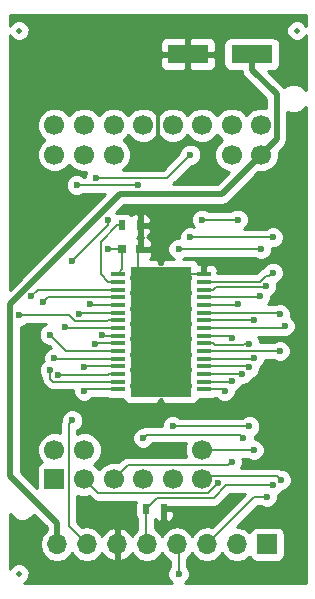
<source format=gbl>
G04 #@! TF.FileFunction,Copper,L2,Bot,Signal*
%FSLAX46Y46*%
G04 Gerber Fmt 4.6, Leading zero omitted, Abs format (unit mm)*
G04 Created by KiCad (PCBNEW 4.0.6) date Wednesday, September 13, 2017 'PMt' 03:29:23 PM*
%MOMM*%
%LPD*%
G01*
G04 APERTURE LIST*
%ADD10C,0.100000*%
%ADD11R,3.500000X1.600000*%
%ADD12R,0.800000X0.750000*%
%ADD13R,1.700000X1.700000*%
%ADD14C,1.700000*%
%ADD15O,1.700000X1.700000*%
%ADD16R,0.500000X0.900000*%
%ADD17R,1.200000X0.400000*%
%ADD18R,5.200000X11.000000*%
%ADD19C,1.330000*%
%ADD20R,4.110000X4.360000*%
%ADD21C,0.497840*%
%ADD22C,0.600000*%
%ADD23C,0.500000*%
%ADD24C,0.350000*%
%ADD25C,0.200000*%
%ADD26C,0.254000*%
G04 APERTURE END LIST*
D10*
D11*
X197700000Y-80000000D03*
X192300000Y-80000000D03*
D12*
X188250000Y-96500000D03*
X186750000Y-96500000D03*
D13*
X181000000Y-116000000D03*
D14*
X183500000Y-116000000D03*
X186000000Y-116000000D03*
X188500000Y-116000000D03*
X191000000Y-116000000D03*
X193500000Y-116000000D03*
X181000000Y-113500000D03*
X183500000Y-113500000D03*
X193500000Y-113500000D03*
X181000000Y-88500000D03*
X183500000Y-88500000D03*
X186000000Y-88500000D03*
X196000000Y-88500000D03*
X198500000Y-88500000D03*
X181000000Y-86000000D03*
X183500000Y-86000000D03*
X186000000Y-86000000D03*
X188500000Y-86000000D03*
X191000000Y-86000000D03*
X193500000Y-86000000D03*
X196000000Y-86000000D03*
X198500000Y-86000000D03*
D13*
X199000000Y-121500000D03*
D15*
X196460000Y-121500000D03*
X193920000Y-121500000D03*
X191380000Y-121500000D03*
X188840000Y-121500000D03*
X186300000Y-121500000D03*
X183760000Y-121500000D03*
X181220000Y-121500000D03*
D16*
X186750000Y-94500000D03*
X188250000Y-94500000D03*
X188750000Y-118500000D03*
X190250000Y-118500000D03*
D17*
X193650000Y-98625000D03*
X193650000Y-99275000D03*
X193650000Y-99925000D03*
X193650000Y-100575000D03*
X193650000Y-101225000D03*
X193650000Y-101875000D03*
X193650000Y-102525000D03*
X193650000Y-103175000D03*
X193650000Y-103825000D03*
X193650000Y-104475000D03*
X193650000Y-105125000D03*
X193650000Y-105775000D03*
X193650000Y-106425000D03*
X193650000Y-107075000D03*
X193650000Y-107725000D03*
X193650000Y-108375000D03*
X186350000Y-108375000D03*
X186350000Y-107725000D03*
X186350000Y-107075000D03*
X186350000Y-106425000D03*
X186350000Y-105775000D03*
X186350000Y-105125000D03*
X186350000Y-104475000D03*
X186350000Y-103825000D03*
X186350000Y-103175000D03*
X186350000Y-102525000D03*
X186350000Y-101875000D03*
X186350000Y-101225000D03*
X186350000Y-100575000D03*
X186350000Y-99925000D03*
X186350000Y-99275000D03*
X186350000Y-98625000D03*
D18*
X190000000Y-103500000D03*
D19*
X191950000Y-98950000D03*
X191950000Y-100250000D03*
X191950000Y-101550000D03*
X191950000Y-102850000D03*
X191950000Y-104150000D03*
X191950000Y-105450000D03*
X191950000Y-106750000D03*
X191950000Y-108050000D03*
X190650000Y-98950000D03*
X190650000Y-100250000D03*
X190650000Y-101550000D03*
X190650000Y-102850000D03*
X190650000Y-104150000D03*
X190650000Y-105450000D03*
X190650000Y-106750000D03*
X190650000Y-108050000D03*
X189350000Y-98950000D03*
X189350000Y-100250000D03*
X189350000Y-101550000D03*
X189350000Y-102850000D03*
X189350000Y-104150000D03*
X189350000Y-105450000D03*
X189350000Y-106750000D03*
X189350000Y-108050000D03*
X188050000Y-98950000D03*
X188050000Y-100250000D03*
X188050000Y-101550000D03*
X188050000Y-102850000D03*
X188050000Y-104150000D03*
X188050000Y-105450000D03*
X188050000Y-106750000D03*
X188050000Y-108050000D03*
D20*
X190000000Y-103500000D03*
D21*
X178000000Y-78000000D03*
X201500000Y-78000000D03*
X178000000Y-124000000D03*
D22*
X189000000Y-88500000D03*
X194000000Y-118500000D03*
X182500000Y-111000000D03*
X182500000Y-97500000D03*
X185500000Y-94000000D03*
X185500000Y-96500000D03*
X180600010Y-106738040D03*
X194804713Y-116346743D03*
X195399990Y-108500000D03*
X196000000Y-107675010D03*
X196000000Y-114500000D03*
X196899990Y-107065694D03*
X188500000Y-112500000D03*
X197000000Y-112500000D03*
X197499979Y-106500000D03*
X197499979Y-111500000D03*
X191000000Y-111500000D03*
X200148057Y-116030916D03*
X200100010Y-105117683D03*
X181300207Y-107124990D03*
X183500000Y-108500000D03*
X197899990Y-113500000D03*
X197899990Y-105746232D03*
X181000000Y-105725010D03*
X183500000Y-106500000D03*
X185000000Y-103775010D03*
X196000000Y-104000000D03*
X180600010Y-103738040D03*
X181899990Y-103125010D03*
X184434306Y-104524990D03*
X197899990Y-102500000D03*
X191500000Y-96500000D03*
X198500000Y-96500000D03*
X200100010Y-102000000D03*
X192500000Y-95500000D03*
X199500000Y-95500000D03*
X196500000Y-101175010D03*
X193500000Y-94000000D03*
X196500000Y-94000000D03*
X197500000Y-104500000D03*
X200500000Y-103000000D03*
X184005783Y-101169227D03*
X192500000Y-88500000D03*
X184500000Y-90500000D03*
X183100010Y-102000000D03*
X188079911Y-91100010D03*
X182869838Y-91068970D03*
X178021755Y-102120260D03*
X180000000Y-101000000D03*
X198399990Y-100500000D03*
X198899990Y-99657055D03*
X199000000Y-117500000D03*
X191500000Y-124000000D03*
X179000000Y-100500000D03*
X199500000Y-116500000D03*
X199500000Y-98500000D03*
D23*
X195149988Y-91850012D02*
X186539984Y-91850012D01*
X181220000Y-119665998D02*
X181220000Y-120297919D01*
X177271745Y-115717743D02*
X181220000Y-119665998D01*
X198500000Y-88500000D02*
X195149988Y-91850012D01*
X186539984Y-91850012D02*
X177271745Y-101118251D01*
X177271745Y-101118251D02*
X177271745Y-115717743D01*
X181220000Y-120297919D02*
X181220000Y-121500000D01*
X197700000Y-80000000D02*
X197700000Y-81300000D01*
X197700000Y-81300000D02*
X199800001Y-83400001D01*
X199800001Y-83400001D02*
X199800001Y-87199999D01*
X199800001Y-87199999D02*
X199349999Y-87650001D01*
X199349999Y-87650001D02*
X198500000Y-88500000D01*
D24*
X189000000Y-88500000D02*
X189774999Y-87725001D01*
X189774999Y-87725001D02*
X189774999Y-83675001D01*
X189774999Y-83675001D02*
X192300000Y-81150000D01*
X192300000Y-81150000D02*
X192300000Y-80000000D01*
D25*
X188250000Y-96500000D02*
X188250000Y-94500000D01*
X188050000Y-98950000D02*
X188050000Y-96700000D01*
X188050000Y-96700000D02*
X188250000Y-96500000D01*
X193650000Y-98625000D02*
X192275000Y-98625000D01*
X192275000Y-98625000D02*
X191950000Y-98950000D01*
X194000000Y-118500000D02*
X190250000Y-118500000D01*
X182500000Y-111000000D02*
X182200001Y-111299999D01*
X182200001Y-111299999D02*
X182200001Y-119940001D01*
X182200001Y-119940001D02*
X182910001Y-120650001D01*
X182910001Y-120650001D02*
X183760000Y-121500000D01*
X185500000Y-94000000D02*
X185500000Y-94500000D01*
X185500000Y-94500000D02*
X182500000Y-97500000D01*
X186750000Y-96500000D02*
X185500000Y-96500000D01*
X186750000Y-96500000D02*
X186750000Y-98225000D01*
X186750000Y-98225000D02*
X186350000Y-98625000D01*
X186350000Y-107725000D02*
X180860171Y-107725000D01*
X180860171Y-107725000D02*
X180600010Y-107464839D01*
X180600010Y-107464839D02*
X180600010Y-107162304D01*
X180600010Y-107162304D02*
X180600010Y-106738040D01*
X194504714Y-116646742D02*
X194804713Y-116346743D01*
X193975724Y-117175732D02*
X194504714Y-116646742D01*
X184675732Y-117175732D02*
X193975724Y-117175732D01*
X183500000Y-116000000D02*
X184675732Y-117175732D01*
X195274990Y-108375000D02*
X195399990Y-108500000D01*
X193650000Y-108375000D02*
X195274990Y-108375000D01*
X193650000Y-107725000D02*
X195950010Y-107725000D01*
X195950010Y-107725000D02*
X196000000Y-107675010D01*
X196000000Y-114500000D02*
X195700001Y-114799999D01*
X195700001Y-114799999D02*
X187200001Y-114799999D01*
X187200001Y-114799999D02*
X186849999Y-115150001D01*
X186849999Y-115150001D02*
X186000000Y-116000000D01*
X196890684Y-107075000D02*
X196899990Y-107065694D01*
X193650000Y-107075000D02*
X196890684Y-107075000D01*
X197000000Y-112500000D02*
X196700001Y-112200001D01*
X196700001Y-112200001D02*
X188799999Y-112200001D01*
X188799999Y-112200001D02*
X188500000Y-112500000D01*
X197424979Y-106425000D02*
X197499979Y-106500000D01*
X193650000Y-106425000D02*
X197424979Y-106425000D01*
X191000000Y-111500000D02*
X197499979Y-111500000D01*
X199848058Y-115730917D02*
X200148057Y-116030916D01*
X193769083Y-115730917D02*
X199848058Y-115730917D01*
X193500000Y-116000000D02*
X193769083Y-115730917D01*
X193650000Y-105125000D02*
X200092693Y-105125000D01*
X200092693Y-105125000D02*
X200100010Y-105117683D01*
X185550000Y-107075000D02*
X185500010Y-107124990D01*
X186350000Y-107075000D02*
X185550000Y-107075000D01*
X185500010Y-107124990D02*
X181724471Y-107124990D01*
X181724471Y-107124990D02*
X181300207Y-107124990D01*
X186350000Y-108375000D02*
X183625000Y-108375000D01*
X183625000Y-108375000D02*
X183500000Y-108500000D01*
X193650000Y-105775000D02*
X197871222Y-105775000D01*
X193500000Y-113500000D02*
X197899990Y-113500000D01*
X197871222Y-105775000D02*
X197899990Y-105746232D01*
X181049990Y-105775000D02*
X181000000Y-105725010D01*
X186350000Y-105775000D02*
X181049990Y-105775000D01*
X186350000Y-106425000D02*
X183575000Y-106425000D01*
X183575000Y-106425000D02*
X183500000Y-106500000D01*
X185049990Y-103825000D02*
X185000000Y-103775010D01*
X186350000Y-103825000D02*
X185049990Y-103825000D01*
X195825000Y-103825000D02*
X196000000Y-104000000D01*
X193650000Y-103825000D02*
X195825000Y-103825000D01*
X180900009Y-104038039D02*
X180600010Y-103738040D01*
X181986970Y-105125000D02*
X180900009Y-104038039D01*
X186350000Y-105125000D02*
X181986970Y-105125000D01*
X181949980Y-103175000D02*
X181899990Y-103125010D01*
X186350000Y-103175000D02*
X181949980Y-103175000D01*
X186350000Y-104475000D02*
X184484296Y-104475000D01*
X184484296Y-104475000D02*
X184434306Y-104524990D01*
X193650000Y-102525000D02*
X197874990Y-102525000D01*
X197874990Y-102525000D02*
X197899990Y-102500000D01*
X198500000Y-96500000D02*
X191500000Y-96500000D01*
X193650000Y-101875000D02*
X199975010Y-101875000D01*
X199975010Y-101875000D02*
X200100010Y-102000000D01*
X199500000Y-95500000D02*
X192500000Y-95500000D01*
X193650000Y-101225000D02*
X196450010Y-101225000D01*
X196450010Y-101225000D02*
X196500000Y-101175010D01*
X196500000Y-94000000D02*
X193500000Y-94000000D01*
X197075736Y-104500000D02*
X197500000Y-104500000D01*
X194575002Y-104600002D02*
X196975734Y-104600002D01*
X194450000Y-104475000D02*
X194575002Y-104600002D01*
X193650000Y-104475000D02*
X194450000Y-104475000D01*
X196975734Y-104600002D02*
X197075736Y-104500000D01*
X193650000Y-103175000D02*
X200325000Y-103175000D01*
X200325000Y-103175000D02*
X200500000Y-103000000D01*
X184061556Y-101225000D02*
X184005783Y-101169227D01*
X186350000Y-101225000D02*
X184061556Y-101225000D01*
X190500000Y-90500000D02*
X192500000Y-88500000D01*
X184500000Y-90500000D02*
X190500000Y-90500000D01*
X186350000Y-101875000D02*
X183225010Y-101875000D01*
X183225010Y-101875000D02*
X183100010Y-102000000D01*
X183294102Y-91068970D02*
X183325142Y-91100010D01*
X187655647Y-91100010D02*
X188079911Y-91100010D01*
X183325142Y-91100010D02*
X187655647Y-91100010D01*
X182869838Y-91068970D02*
X183294102Y-91068970D01*
X182232256Y-102120260D02*
X178446019Y-102120260D01*
X178446019Y-102120260D02*
X178021755Y-102120260D01*
X185474998Y-102600002D02*
X182711998Y-102600002D01*
X185550000Y-102525000D02*
X185474998Y-102600002D01*
X182711998Y-102600002D02*
X182232256Y-102120260D01*
X186350000Y-102525000D02*
X185550000Y-102525000D01*
X180299999Y-100700001D02*
X180000000Y-101000000D01*
X180430774Y-100569226D02*
X180299999Y-100700001D01*
X185544226Y-100569226D02*
X180430774Y-100569226D01*
X185550000Y-100575000D02*
X185544226Y-100569226D01*
X186350000Y-100575000D02*
X185550000Y-100575000D01*
X193650000Y-100575000D02*
X198324990Y-100575000D01*
X198324990Y-100575000D02*
X198399990Y-100500000D01*
X193650000Y-99925000D02*
X194450000Y-99925000D01*
X194450000Y-99925000D02*
X194699989Y-99675011D01*
X194699989Y-99675011D02*
X198882034Y-99675011D01*
X198882034Y-99675011D02*
X198899990Y-99657055D01*
X199000000Y-117500000D02*
X197920000Y-117500000D01*
X197920000Y-117500000D02*
X193920000Y-121500000D01*
X191500000Y-124000000D02*
X191500000Y-121620000D01*
X191500000Y-121620000D02*
X191380000Y-121500000D01*
X186350000Y-99925000D02*
X179575000Y-99925000D01*
X179575000Y-99925000D02*
X179000000Y-100500000D01*
X188750000Y-118500000D02*
X188750000Y-121410000D01*
X188750000Y-121410000D02*
X188840000Y-121500000D01*
X199500000Y-116500000D02*
X195539458Y-116500000D01*
X195539458Y-116500000D02*
X194463716Y-117575742D01*
X189674258Y-117575742D02*
X188750000Y-118500000D01*
X194463716Y-117575742D02*
X189674258Y-117575742D01*
X198394041Y-99275000D02*
X198869042Y-98799999D01*
X198869042Y-98799999D02*
X199200001Y-98799999D01*
X199200001Y-98799999D02*
X199500000Y-98500000D01*
X193650000Y-99275000D02*
X198394041Y-99275000D01*
X185550000Y-99275000D02*
X186350000Y-99275000D01*
X184899998Y-98624998D02*
X185550000Y-99275000D01*
X184899998Y-95900002D02*
X184899998Y-98624998D01*
X186300000Y-94500000D02*
X184899998Y-95900002D01*
X186750000Y-94500000D02*
X186300000Y-94500000D01*
D26*
G36*
X202290000Y-124790000D02*
X192032065Y-124790000D01*
X192292192Y-124530327D01*
X192434838Y-124186799D01*
X192435162Y-123814833D01*
X192293117Y-123471057D01*
X192235000Y-123412838D01*
X192235000Y-122709478D01*
X192430054Y-122579147D01*
X192650000Y-122249974D01*
X192869946Y-122579147D01*
X193351715Y-122901054D01*
X193920000Y-123014093D01*
X194488285Y-122901054D01*
X194970054Y-122579147D01*
X195190000Y-122249974D01*
X195409946Y-122579147D01*
X195891715Y-122901054D01*
X196460000Y-123014093D01*
X197028285Y-122901054D01*
X197510054Y-122579147D01*
X197537850Y-122537548D01*
X197546838Y-122585317D01*
X197685910Y-122801441D01*
X197898110Y-122946431D01*
X198150000Y-122997440D01*
X199850000Y-122997440D01*
X200085317Y-122953162D01*
X200301441Y-122814090D01*
X200446431Y-122601890D01*
X200497440Y-122350000D01*
X200497440Y-120650000D01*
X200453162Y-120414683D01*
X200314090Y-120198559D01*
X200101890Y-120053569D01*
X199850000Y-120002560D01*
X198150000Y-120002560D01*
X197914683Y-120046838D01*
X197698559Y-120185910D01*
X197553569Y-120398110D01*
X197539914Y-120465541D01*
X197510054Y-120420853D01*
X197028285Y-120098946D01*
X196471293Y-119988153D01*
X198224447Y-118235000D01*
X198412581Y-118235000D01*
X198469673Y-118292192D01*
X198813201Y-118434838D01*
X199185167Y-118435162D01*
X199528943Y-118293117D01*
X199792192Y-118030327D01*
X199934838Y-117686799D01*
X199935147Y-117331873D01*
X200028943Y-117293117D01*
X200292192Y-117030327D01*
X200318876Y-116966066D01*
X200333224Y-116966078D01*
X200677000Y-116824033D01*
X200940249Y-116561243D01*
X201082895Y-116217715D01*
X201083219Y-115845749D01*
X200941174Y-115501973D01*
X200678384Y-115238724D01*
X200334856Y-115096078D01*
X200195316Y-115095956D01*
X200129330Y-115051866D01*
X199848058Y-114995917D01*
X196806480Y-114995917D01*
X196934838Y-114686799D01*
X196935162Y-114314833D01*
X196902176Y-114235000D01*
X197312571Y-114235000D01*
X197369663Y-114292192D01*
X197713191Y-114434838D01*
X198085157Y-114435162D01*
X198428933Y-114293117D01*
X198692182Y-114030327D01*
X198834828Y-113686799D01*
X198835152Y-113314833D01*
X198693107Y-112971057D01*
X198430317Y-112707808D01*
X198086789Y-112565162D01*
X197934944Y-112565030D01*
X197935147Y-112331864D01*
X198028922Y-112293117D01*
X198292171Y-112030327D01*
X198434817Y-111686799D01*
X198435141Y-111314833D01*
X198293096Y-110971057D01*
X198030306Y-110707808D01*
X197686778Y-110565162D01*
X197314812Y-110564838D01*
X196971036Y-110706883D01*
X196912817Y-110765000D01*
X191587419Y-110765000D01*
X191530327Y-110707808D01*
X191186799Y-110565162D01*
X190814833Y-110564838D01*
X190471057Y-110706883D01*
X190207808Y-110969673D01*
X190065162Y-111313201D01*
X190065030Y-111465001D01*
X188799999Y-111465001D01*
X188518727Y-111520950D01*
X188452864Y-111564958D01*
X188314833Y-111564838D01*
X187971057Y-111706883D01*
X187707808Y-111969673D01*
X187565162Y-112313201D01*
X187564838Y-112685167D01*
X187706883Y-113028943D01*
X187969673Y-113292192D01*
X188313201Y-113434838D01*
X188685167Y-113435162D01*
X189028943Y-113293117D01*
X189292192Y-113030327D01*
X189331775Y-112935001D01*
X192126673Y-112935001D01*
X192015258Y-113203319D01*
X192014743Y-113794089D01*
X192126681Y-114064999D01*
X187200001Y-114064999D01*
X186918729Y-114120948D01*
X186680278Y-114280275D01*
X186401692Y-114558862D01*
X186296681Y-114515258D01*
X185705911Y-114514743D01*
X185159914Y-114740344D01*
X184749651Y-115149892D01*
X184350108Y-114749651D01*
X184758188Y-114342283D01*
X184984742Y-113796681D01*
X184985257Y-113205911D01*
X184759656Y-112659914D01*
X184342283Y-112241812D01*
X183796681Y-112015258D01*
X183205911Y-112014743D01*
X182935001Y-112126681D01*
X182935001Y-111831933D01*
X183028943Y-111793117D01*
X183292192Y-111530327D01*
X183434838Y-111186799D01*
X183435162Y-110814833D01*
X183293117Y-110471057D01*
X183030327Y-110207808D01*
X182686799Y-110065162D01*
X182314833Y-110064838D01*
X181971057Y-110206883D01*
X181707808Y-110469673D01*
X181565162Y-110813201D01*
X181565040Y-110952741D01*
X181520950Y-111018727D01*
X181465001Y-111299999D01*
X181465001Y-112085151D01*
X181296681Y-112015258D01*
X180705911Y-112014743D01*
X180159914Y-112240344D01*
X179741812Y-112657717D01*
X179515258Y-113203319D01*
X179514743Y-113794089D01*
X179740344Y-114340086D01*
X179941667Y-114541761D01*
X179914683Y-114546838D01*
X179698559Y-114685910D01*
X179553569Y-114898110D01*
X179502560Y-115150000D01*
X179502560Y-116696978D01*
X178156745Y-115351163D01*
X178156745Y-103055378D01*
X178206922Y-103055422D01*
X178550698Y-102913377D01*
X178608917Y-102855260D01*
X180288069Y-102855260D01*
X180071067Y-102944923D01*
X179807818Y-103207713D01*
X179665172Y-103551241D01*
X179664848Y-103923207D01*
X179806893Y-104266983D01*
X180069683Y-104530232D01*
X180413211Y-104672878D01*
X180495474Y-104672950D01*
X180671568Y-104849044D01*
X180471057Y-104931893D01*
X180207808Y-105194683D01*
X180065162Y-105538211D01*
X180064838Y-105910177D01*
X180078009Y-105942054D01*
X180071067Y-105944923D01*
X179807818Y-106207713D01*
X179665172Y-106551241D01*
X179664848Y-106923207D01*
X179806893Y-107266983D01*
X179865010Y-107325202D01*
X179865010Y-107464839D01*
X179906816Y-107675010D01*
X179920959Y-107746111D01*
X180080287Y-107984562D01*
X180340447Y-108244723D01*
X180535421Y-108375000D01*
X180578899Y-108404051D01*
X180860171Y-108460000D01*
X182565034Y-108460000D01*
X182564838Y-108685167D01*
X182706883Y-109028943D01*
X182969673Y-109292192D01*
X183313201Y-109434838D01*
X183685167Y-109435162D01*
X184028943Y-109293117D01*
X184212380Y-109110000D01*
X185408203Y-109110000D01*
X185498110Y-109171431D01*
X185750000Y-109222440D01*
X186804818Y-109222440D01*
X186861673Y-109359699D01*
X187040302Y-109538327D01*
X187273691Y-109635000D01*
X189714250Y-109635000D01*
X189873000Y-109476250D01*
X189873000Y-109254076D01*
X190001937Y-109200669D01*
X190127000Y-109244347D01*
X190127000Y-109476250D01*
X190285750Y-109635000D01*
X192726309Y-109635000D01*
X192959698Y-109538327D01*
X193138327Y-109359699D01*
X193195182Y-109222440D01*
X194250000Y-109222440D01*
X194485317Y-109178162D01*
X194591244Y-109110000D01*
X194687789Y-109110000D01*
X194869663Y-109292192D01*
X195213191Y-109434838D01*
X195585157Y-109435162D01*
X195928933Y-109293117D01*
X196192182Y-109030327D01*
X196334828Y-108686799D01*
X196334949Y-108548284D01*
X196528943Y-108468127D01*
X196792192Y-108205337D01*
X196877176Y-108000675D01*
X197085157Y-108000856D01*
X197428933Y-107858811D01*
X197692182Y-107596021D01*
X197774268Y-107398338D01*
X198028922Y-107293117D01*
X198292171Y-107030327D01*
X198434817Y-106686799D01*
X198434951Y-106533342D01*
X198692182Y-106276559D01*
X198834828Y-105933031D01*
X198834892Y-105860000D01*
X199519895Y-105860000D01*
X199569683Y-105909875D01*
X199913211Y-106052521D01*
X200285177Y-106052845D01*
X200628953Y-105910800D01*
X200892202Y-105648010D01*
X201034848Y-105304482D01*
X201035172Y-104932516D01*
X200893127Y-104588740D01*
X200630337Y-104325491D01*
X200286809Y-104182845D01*
X199914843Y-104182521D01*
X199571067Y-104324566D01*
X199505519Y-104390000D01*
X198435097Y-104390000D01*
X198435162Y-104314833D01*
X198293117Y-103971057D01*
X198232166Y-103910000D01*
X200253385Y-103910000D01*
X200313201Y-103934838D01*
X200685167Y-103935162D01*
X201028943Y-103793117D01*
X201292192Y-103530327D01*
X201434838Y-103186799D01*
X201435162Y-102814833D01*
X201293117Y-102471057D01*
X201030327Y-102207808D01*
X201026742Y-102206320D01*
X201034848Y-102186799D01*
X201035172Y-101814833D01*
X200893127Y-101471057D01*
X200630337Y-101207808D01*
X200286809Y-101065162D01*
X199914843Y-101064838D01*
X199732937Y-101140000D01*
X199082317Y-101140000D01*
X199192182Y-101030327D01*
X199334828Y-100686799D01*
X199335000Y-100488984D01*
X199428933Y-100450172D01*
X199692182Y-100187382D01*
X199834828Y-99843854D01*
X199835152Y-99471888D01*
X199800318Y-99387583D01*
X200028943Y-99293117D01*
X200292192Y-99030327D01*
X200434838Y-98686799D01*
X200435162Y-98314833D01*
X200293117Y-97971057D01*
X200030327Y-97707808D01*
X199686799Y-97565162D01*
X199314833Y-97564838D01*
X198971057Y-97706883D01*
X198707808Y-97969673D01*
X198650145Y-98108541D01*
X198587770Y-98120948D01*
X198349319Y-98280275D01*
X198089595Y-98540000D01*
X194885000Y-98540000D01*
X194885000Y-98497998D01*
X194753252Y-98497998D01*
X194885000Y-98366250D01*
X194885000Y-98298690D01*
X194788327Y-98065301D01*
X194609698Y-97886673D01*
X194376309Y-97790000D01*
X193935750Y-97790000D01*
X193777000Y-97948750D01*
X193777000Y-98427560D01*
X193523000Y-98427560D01*
X193523000Y-97948750D01*
X193364250Y-97790000D01*
X193200334Y-97790000D01*
X193138327Y-97640301D01*
X192959698Y-97461673D01*
X192726309Y-97365000D01*
X191854972Y-97365000D01*
X192028943Y-97293117D01*
X192087162Y-97235000D01*
X197912581Y-97235000D01*
X197969673Y-97292192D01*
X198313201Y-97434838D01*
X198685167Y-97435162D01*
X199028943Y-97293117D01*
X199292192Y-97030327D01*
X199434838Y-96686799D01*
X199435057Y-96434944D01*
X199685167Y-96435162D01*
X200028943Y-96293117D01*
X200292192Y-96030327D01*
X200434838Y-95686799D01*
X200435162Y-95314833D01*
X200293117Y-94971057D01*
X200030327Y-94707808D01*
X199686799Y-94565162D01*
X199314833Y-94564838D01*
X198971057Y-94706883D01*
X198912838Y-94765000D01*
X197057109Y-94765000D01*
X197292192Y-94530327D01*
X197434838Y-94186799D01*
X197435162Y-93814833D01*
X197293117Y-93471057D01*
X197030327Y-93207808D01*
X196686799Y-93065162D01*
X196314833Y-93064838D01*
X195971057Y-93206883D01*
X195912838Y-93265000D01*
X194087419Y-93265000D01*
X194030327Y-93207808D01*
X193686799Y-93065162D01*
X193314833Y-93064838D01*
X192971057Y-93206883D01*
X192707808Y-93469673D01*
X192565162Y-93813201D01*
X192564838Y-94185167D01*
X192706883Y-94528943D01*
X192782856Y-94605048D01*
X192686799Y-94565162D01*
X192314833Y-94564838D01*
X191971057Y-94706883D01*
X191707808Y-94969673D01*
X191565162Y-95313201D01*
X191564943Y-95565056D01*
X191314833Y-95564838D01*
X190971057Y-95706883D01*
X190707808Y-95969673D01*
X190565162Y-96313201D01*
X190564838Y-96685167D01*
X190706883Y-97028943D01*
X190969673Y-97292192D01*
X191145013Y-97365000D01*
X190285750Y-97365000D01*
X190127000Y-97523750D01*
X190127000Y-97745924D01*
X189998063Y-97799331D01*
X189873000Y-97755653D01*
X189873000Y-97523750D01*
X189714250Y-97365000D01*
X189058025Y-97365000D01*
X189188327Y-97234699D01*
X189285000Y-97001310D01*
X189285000Y-96785750D01*
X189126250Y-96627000D01*
X188377000Y-96627000D01*
X188377000Y-96647000D01*
X188123000Y-96647000D01*
X188123000Y-96627000D01*
X188103000Y-96627000D01*
X188103000Y-96373000D01*
X188123000Y-96373000D01*
X188123000Y-95648750D01*
X188012750Y-95538500D01*
X188125000Y-95426250D01*
X188125000Y-94627000D01*
X188375000Y-94627000D01*
X188375000Y-95426250D01*
X188487250Y-95538500D01*
X188377000Y-95648750D01*
X188377000Y-96373000D01*
X189126250Y-96373000D01*
X189285000Y-96214250D01*
X189285000Y-95998690D01*
X189188327Y-95765301D01*
X189009698Y-95586673D01*
X188815984Y-95506434D01*
X188859698Y-95488327D01*
X189038327Y-95309699D01*
X189135000Y-95076310D01*
X189135000Y-94785750D01*
X188976250Y-94627000D01*
X188375000Y-94627000D01*
X188125000Y-94627000D01*
X188103000Y-94627000D01*
X188103000Y-94373000D01*
X188125000Y-94373000D01*
X188125000Y-93573750D01*
X188375000Y-93573750D01*
X188375000Y-94373000D01*
X188976250Y-94373000D01*
X189135000Y-94214250D01*
X189135000Y-93923690D01*
X189038327Y-93690301D01*
X188859698Y-93511673D01*
X188626309Y-93415000D01*
X188533750Y-93415000D01*
X188375000Y-93573750D01*
X188125000Y-93573750D01*
X187966250Y-93415000D01*
X187873691Y-93415000D01*
X187640302Y-93511673D01*
X187499064Y-93652910D01*
X187464090Y-93598559D01*
X187251890Y-93453569D01*
X187000000Y-93402560D01*
X186500000Y-93402560D01*
X186268267Y-93446164D01*
X186231871Y-93409704D01*
X186906563Y-92735012D01*
X195149983Y-92735012D01*
X195149988Y-92735013D01*
X195432472Y-92678822D01*
X195488663Y-92667645D01*
X195775778Y-92475802D01*
X198266782Y-89984797D01*
X198794089Y-89985257D01*
X199340086Y-89759656D01*
X199758188Y-89342283D01*
X199984742Y-88796681D01*
X199985204Y-88266376D01*
X200425788Y-87825791D01*
X200425791Y-87825789D01*
X200617634Y-87538674D01*
X200628811Y-87482483D01*
X200685002Y-87199999D01*
X200685001Y-87199994D01*
X200685001Y-84852630D01*
X201003266Y-84984785D01*
X201494579Y-84985214D01*
X201948657Y-84797592D01*
X202290000Y-84456845D01*
X202290000Y-124790000D01*
X202290000Y-124790000D01*
G37*
X202290000Y-124790000D02*
X192032065Y-124790000D01*
X192292192Y-124530327D01*
X192434838Y-124186799D01*
X192435162Y-123814833D01*
X192293117Y-123471057D01*
X192235000Y-123412838D01*
X192235000Y-122709478D01*
X192430054Y-122579147D01*
X192650000Y-122249974D01*
X192869946Y-122579147D01*
X193351715Y-122901054D01*
X193920000Y-123014093D01*
X194488285Y-122901054D01*
X194970054Y-122579147D01*
X195190000Y-122249974D01*
X195409946Y-122579147D01*
X195891715Y-122901054D01*
X196460000Y-123014093D01*
X197028285Y-122901054D01*
X197510054Y-122579147D01*
X197537850Y-122537548D01*
X197546838Y-122585317D01*
X197685910Y-122801441D01*
X197898110Y-122946431D01*
X198150000Y-122997440D01*
X199850000Y-122997440D01*
X200085317Y-122953162D01*
X200301441Y-122814090D01*
X200446431Y-122601890D01*
X200497440Y-122350000D01*
X200497440Y-120650000D01*
X200453162Y-120414683D01*
X200314090Y-120198559D01*
X200101890Y-120053569D01*
X199850000Y-120002560D01*
X198150000Y-120002560D01*
X197914683Y-120046838D01*
X197698559Y-120185910D01*
X197553569Y-120398110D01*
X197539914Y-120465541D01*
X197510054Y-120420853D01*
X197028285Y-120098946D01*
X196471293Y-119988153D01*
X198224447Y-118235000D01*
X198412581Y-118235000D01*
X198469673Y-118292192D01*
X198813201Y-118434838D01*
X199185167Y-118435162D01*
X199528943Y-118293117D01*
X199792192Y-118030327D01*
X199934838Y-117686799D01*
X199935147Y-117331873D01*
X200028943Y-117293117D01*
X200292192Y-117030327D01*
X200318876Y-116966066D01*
X200333224Y-116966078D01*
X200677000Y-116824033D01*
X200940249Y-116561243D01*
X201082895Y-116217715D01*
X201083219Y-115845749D01*
X200941174Y-115501973D01*
X200678384Y-115238724D01*
X200334856Y-115096078D01*
X200195316Y-115095956D01*
X200129330Y-115051866D01*
X199848058Y-114995917D01*
X196806480Y-114995917D01*
X196934838Y-114686799D01*
X196935162Y-114314833D01*
X196902176Y-114235000D01*
X197312571Y-114235000D01*
X197369663Y-114292192D01*
X197713191Y-114434838D01*
X198085157Y-114435162D01*
X198428933Y-114293117D01*
X198692182Y-114030327D01*
X198834828Y-113686799D01*
X198835152Y-113314833D01*
X198693107Y-112971057D01*
X198430317Y-112707808D01*
X198086789Y-112565162D01*
X197934944Y-112565030D01*
X197935147Y-112331864D01*
X198028922Y-112293117D01*
X198292171Y-112030327D01*
X198434817Y-111686799D01*
X198435141Y-111314833D01*
X198293096Y-110971057D01*
X198030306Y-110707808D01*
X197686778Y-110565162D01*
X197314812Y-110564838D01*
X196971036Y-110706883D01*
X196912817Y-110765000D01*
X191587419Y-110765000D01*
X191530327Y-110707808D01*
X191186799Y-110565162D01*
X190814833Y-110564838D01*
X190471057Y-110706883D01*
X190207808Y-110969673D01*
X190065162Y-111313201D01*
X190065030Y-111465001D01*
X188799999Y-111465001D01*
X188518727Y-111520950D01*
X188452864Y-111564958D01*
X188314833Y-111564838D01*
X187971057Y-111706883D01*
X187707808Y-111969673D01*
X187565162Y-112313201D01*
X187564838Y-112685167D01*
X187706883Y-113028943D01*
X187969673Y-113292192D01*
X188313201Y-113434838D01*
X188685167Y-113435162D01*
X189028943Y-113293117D01*
X189292192Y-113030327D01*
X189331775Y-112935001D01*
X192126673Y-112935001D01*
X192015258Y-113203319D01*
X192014743Y-113794089D01*
X192126681Y-114064999D01*
X187200001Y-114064999D01*
X186918729Y-114120948D01*
X186680278Y-114280275D01*
X186401692Y-114558862D01*
X186296681Y-114515258D01*
X185705911Y-114514743D01*
X185159914Y-114740344D01*
X184749651Y-115149892D01*
X184350108Y-114749651D01*
X184758188Y-114342283D01*
X184984742Y-113796681D01*
X184985257Y-113205911D01*
X184759656Y-112659914D01*
X184342283Y-112241812D01*
X183796681Y-112015258D01*
X183205911Y-112014743D01*
X182935001Y-112126681D01*
X182935001Y-111831933D01*
X183028943Y-111793117D01*
X183292192Y-111530327D01*
X183434838Y-111186799D01*
X183435162Y-110814833D01*
X183293117Y-110471057D01*
X183030327Y-110207808D01*
X182686799Y-110065162D01*
X182314833Y-110064838D01*
X181971057Y-110206883D01*
X181707808Y-110469673D01*
X181565162Y-110813201D01*
X181565040Y-110952741D01*
X181520950Y-111018727D01*
X181465001Y-111299999D01*
X181465001Y-112085151D01*
X181296681Y-112015258D01*
X180705911Y-112014743D01*
X180159914Y-112240344D01*
X179741812Y-112657717D01*
X179515258Y-113203319D01*
X179514743Y-113794089D01*
X179740344Y-114340086D01*
X179941667Y-114541761D01*
X179914683Y-114546838D01*
X179698559Y-114685910D01*
X179553569Y-114898110D01*
X179502560Y-115150000D01*
X179502560Y-116696978D01*
X178156745Y-115351163D01*
X178156745Y-103055378D01*
X178206922Y-103055422D01*
X178550698Y-102913377D01*
X178608917Y-102855260D01*
X180288069Y-102855260D01*
X180071067Y-102944923D01*
X179807818Y-103207713D01*
X179665172Y-103551241D01*
X179664848Y-103923207D01*
X179806893Y-104266983D01*
X180069683Y-104530232D01*
X180413211Y-104672878D01*
X180495474Y-104672950D01*
X180671568Y-104849044D01*
X180471057Y-104931893D01*
X180207808Y-105194683D01*
X180065162Y-105538211D01*
X180064838Y-105910177D01*
X180078009Y-105942054D01*
X180071067Y-105944923D01*
X179807818Y-106207713D01*
X179665172Y-106551241D01*
X179664848Y-106923207D01*
X179806893Y-107266983D01*
X179865010Y-107325202D01*
X179865010Y-107464839D01*
X179906816Y-107675010D01*
X179920959Y-107746111D01*
X180080287Y-107984562D01*
X180340447Y-108244723D01*
X180535421Y-108375000D01*
X180578899Y-108404051D01*
X180860171Y-108460000D01*
X182565034Y-108460000D01*
X182564838Y-108685167D01*
X182706883Y-109028943D01*
X182969673Y-109292192D01*
X183313201Y-109434838D01*
X183685167Y-109435162D01*
X184028943Y-109293117D01*
X184212380Y-109110000D01*
X185408203Y-109110000D01*
X185498110Y-109171431D01*
X185750000Y-109222440D01*
X186804818Y-109222440D01*
X186861673Y-109359699D01*
X187040302Y-109538327D01*
X187273691Y-109635000D01*
X189714250Y-109635000D01*
X189873000Y-109476250D01*
X189873000Y-109254076D01*
X190001937Y-109200669D01*
X190127000Y-109244347D01*
X190127000Y-109476250D01*
X190285750Y-109635000D01*
X192726309Y-109635000D01*
X192959698Y-109538327D01*
X193138327Y-109359699D01*
X193195182Y-109222440D01*
X194250000Y-109222440D01*
X194485317Y-109178162D01*
X194591244Y-109110000D01*
X194687789Y-109110000D01*
X194869663Y-109292192D01*
X195213191Y-109434838D01*
X195585157Y-109435162D01*
X195928933Y-109293117D01*
X196192182Y-109030327D01*
X196334828Y-108686799D01*
X196334949Y-108548284D01*
X196528943Y-108468127D01*
X196792192Y-108205337D01*
X196877176Y-108000675D01*
X197085157Y-108000856D01*
X197428933Y-107858811D01*
X197692182Y-107596021D01*
X197774268Y-107398338D01*
X198028922Y-107293117D01*
X198292171Y-107030327D01*
X198434817Y-106686799D01*
X198434951Y-106533342D01*
X198692182Y-106276559D01*
X198834828Y-105933031D01*
X198834892Y-105860000D01*
X199519895Y-105860000D01*
X199569683Y-105909875D01*
X199913211Y-106052521D01*
X200285177Y-106052845D01*
X200628953Y-105910800D01*
X200892202Y-105648010D01*
X201034848Y-105304482D01*
X201035172Y-104932516D01*
X200893127Y-104588740D01*
X200630337Y-104325491D01*
X200286809Y-104182845D01*
X199914843Y-104182521D01*
X199571067Y-104324566D01*
X199505519Y-104390000D01*
X198435097Y-104390000D01*
X198435162Y-104314833D01*
X198293117Y-103971057D01*
X198232166Y-103910000D01*
X200253385Y-103910000D01*
X200313201Y-103934838D01*
X200685167Y-103935162D01*
X201028943Y-103793117D01*
X201292192Y-103530327D01*
X201434838Y-103186799D01*
X201435162Y-102814833D01*
X201293117Y-102471057D01*
X201030327Y-102207808D01*
X201026742Y-102206320D01*
X201034848Y-102186799D01*
X201035172Y-101814833D01*
X200893127Y-101471057D01*
X200630337Y-101207808D01*
X200286809Y-101065162D01*
X199914843Y-101064838D01*
X199732937Y-101140000D01*
X199082317Y-101140000D01*
X199192182Y-101030327D01*
X199334828Y-100686799D01*
X199335000Y-100488984D01*
X199428933Y-100450172D01*
X199692182Y-100187382D01*
X199834828Y-99843854D01*
X199835152Y-99471888D01*
X199800318Y-99387583D01*
X200028943Y-99293117D01*
X200292192Y-99030327D01*
X200434838Y-98686799D01*
X200435162Y-98314833D01*
X200293117Y-97971057D01*
X200030327Y-97707808D01*
X199686799Y-97565162D01*
X199314833Y-97564838D01*
X198971057Y-97706883D01*
X198707808Y-97969673D01*
X198650145Y-98108541D01*
X198587770Y-98120948D01*
X198349319Y-98280275D01*
X198089595Y-98540000D01*
X194885000Y-98540000D01*
X194885000Y-98497998D01*
X194753252Y-98497998D01*
X194885000Y-98366250D01*
X194885000Y-98298690D01*
X194788327Y-98065301D01*
X194609698Y-97886673D01*
X194376309Y-97790000D01*
X193935750Y-97790000D01*
X193777000Y-97948750D01*
X193777000Y-98427560D01*
X193523000Y-98427560D01*
X193523000Y-97948750D01*
X193364250Y-97790000D01*
X193200334Y-97790000D01*
X193138327Y-97640301D01*
X192959698Y-97461673D01*
X192726309Y-97365000D01*
X191854972Y-97365000D01*
X192028943Y-97293117D01*
X192087162Y-97235000D01*
X197912581Y-97235000D01*
X197969673Y-97292192D01*
X198313201Y-97434838D01*
X198685167Y-97435162D01*
X199028943Y-97293117D01*
X199292192Y-97030327D01*
X199434838Y-96686799D01*
X199435057Y-96434944D01*
X199685167Y-96435162D01*
X200028943Y-96293117D01*
X200292192Y-96030327D01*
X200434838Y-95686799D01*
X200435162Y-95314833D01*
X200293117Y-94971057D01*
X200030327Y-94707808D01*
X199686799Y-94565162D01*
X199314833Y-94564838D01*
X198971057Y-94706883D01*
X198912838Y-94765000D01*
X197057109Y-94765000D01*
X197292192Y-94530327D01*
X197434838Y-94186799D01*
X197435162Y-93814833D01*
X197293117Y-93471057D01*
X197030327Y-93207808D01*
X196686799Y-93065162D01*
X196314833Y-93064838D01*
X195971057Y-93206883D01*
X195912838Y-93265000D01*
X194087419Y-93265000D01*
X194030327Y-93207808D01*
X193686799Y-93065162D01*
X193314833Y-93064838D01*
X192971057Y-93206883D01*
X192707808Y-93469673D01*
X192565162Y-93813201D01*
X192564838Y-94185167D01*
X192706883Y-94528943D01*
X192782856Y-94605048D01*
X192686799Y-94565162D01*
X192314833Y-94564838D01*
X191971057Y-94706883D01*
X191707808Y-94969673D01*
X191565162Y-95313201D01*
X191564943Y-95565056D01*
X191314833Y-95564838D01*
X190971057Y-95706883D01*
X190707808Y-95969673D01*
X190565162Y-96313201D01*
X190564838Y-96685167D01*
X190706883Y-97028943D01*
X190969673Y-97292192D01*
X191145013Y-97365000D01*
X190285750Y-97365000D01*
X190127000Y-97523750D01*
X190127000Y-97745924D01*
X189998063Y-97799331D01*
X189873000Y-97755653D01*
X189873000Y-97523750D01*
X189714250Y-97365000D01*
X189058025Y-97365000D01*
X189188327Y-97234699D01*
X189285000Y-97001310D01*
X189285000Y-96785750D01*
X189126250Y-96627000D01*
X188377000Y-96627000D01*
X188377000Y-96647000D01*
X188123000Y-96647000D01*
X188123000Y-96627000D01*
X188103000Y-96627000D01*
X188103000Y-96373000D01*
X188123000Y-96373000D01*
X188123000Y-95648750D01*
X188012750Y-95538500D01*
X188125000Y-95426250D01*
X188125000Y-94627000D01*
X188375000Y-94627000D01*
X188375000Y-95426250D01*
X188487250Y-95538500D01*
X188377000Y-95648750D01*
X188377000Y-96373000D01*
X189126250Y-96373000D01*
X189285000Y-96214250D01*
X189285000Y-95998690D01*
X189188327Y-95765301D01*
X189009698Y-95586673D01*
X188815984Y-95506434D01*
X188859698Y-95488327D01*
X189038327Y-95309699D01*
X189135000Y-95076310D01*
X189135000Y-94785750D01*
X188976250Y-94627000D01*
X188375000Y-94627000D01*
X188125000Y-94627000D01*
X188103000Y-94627000D01*
X188103000Y-94373000D01*
X188125000Y-94373000D01*
X188125000Y-93573750D01*
X188375000Y-93573750D01*
X188375000Y-94373000D01*
X188976250Y-94373000D01*
X189135000Y-94214250D01*
X189135000Y-93923690D01*
X189038327Y-93690301D01*
X188859698Y-93511673D01*
X188626309Y-93415000D01*
X188533750Y-93415000D01*
X188375000Y-93573750D01*
X188125000Y-93573750D01*
X187966250Y-93415000D01*
X187873691Y-93415000D01*
X187640302Y-93511673D01*
X187499064Y-93652910D01*
X187464090Y-93598559D01*
X187251890Y-93453569D01*
X187000000Y-93402560D01*
X186500000Y-93402560D01*
X186268267Y-93446164D01*
X186231871Y-93409704D01*
X186906563Y-92735012D01*
X195149983Y-92735012D01*
X195149988Y-92735013D01*
X195432472Y-92678822D01*
X195488663Y-92667645D01*
X195775778Y-92475802D01*
X198266782Y-89984797D01*
X198794089Y-89985257D01*
X199340086Y-89759656D01*
X199758188Y-89342283D01*
X199984742Y-88796681D01*
X199985204Y-88266376D01*
X200425788Y-87825791D01*
X200425791Y-87825789D01*
X200617634Y-87538674D01*
X200628811Y-87482483D01*
X200685002Y-87199999D01*
X200685001Y-87199994D01*
X200685001Y-84852630D01*
X201003266Y-84984785D01*
X201494579Y-84985214D01*
X201948657Y-84797592D01*
X202290000Y-84456845D01*
X202290000Y-124790000D01*
G36*
X183203319Y-117484742D02*
X183794089Y-117485257D01*
X183901450Y-117440897D01*
X184156008Y-117695455D01*
X184260090Y-117765000D01*
X184394460Y-117854783D01*
X184675732Y-117910732D01*
X187880762Y-117910732D01*
X187852560Y-118050000D01*
X187852560Y-118950000D01*
X187896838Y-119185317D01*
X188015000Y-119368946D01*
X188015000Y-120270477D01*
X187789946Y-120420853D01*
X187562298Y-120761553D01*
X187495183Y-120618642D01*
X187066924Y-120228355D01*
X186656890Y-120058524D01*
X186427000Y-120179845D01*
X186427000Y-121373000D01*
X186447000Y-121373000D01*
X186447000Y-121627000D01*
X186427000Y-121627000D01*
X186427000Y-122820155D01*
X186656890Y-122941476D01*
X187066924Y-122771645D01*
X187495183Y-122381358D01*
X187562298Y-122238447D01*
X187789946Y-122579147D01*
X188271715Y-122901054D01*
X188840000Y-123014093D01*
X189408285Y-122901054D01*
X189890054Y-122579147D01*
X190110000Y-122249974D01*
X190329946Y-122579147D01*
X190765000Y-122869840D01*
X190765000Y-123412581D01*
X190707808Y-123469673D01*
X190565162Y-123813201D01*
X190564838Y-124185167D01*
X190706883Y-124528943D01*
X190967485Y-124790000D01*
X178402725Y-124790000D01*
X178500046Y-124749788D01*
X178748914Y-124501354D01*
X178883766Y-124176594D01*
X178884073Y-123824949D01*
X178749788Y-123499954D01*
X178501354Y-123251086D01*
X178176594Y-123116234D01*
X177824949Y-123115927D01*
X177499954Y-123250212D01*
X177251086Y-123498646D01*
X177210000Y-123597592D01*
X177210000Y-118956262D01*
X177549515Y-119296371D01*
X178003266Y-119484785D01*
X178494579Y-119485214D01*
X178948657Y-119297592D01*
X179274620Y-118972198D01*
X180335000Y-120032577D01*
X180335000Y-120310568D01*
X180169946Y-120420853D01*
X179848039Y-120902622D01*
X179735000Y-121470907D01*
X179735000Y-121529093D01*
X179848039Y-122097378D01*
X180169946Y-122579147D01*
X180651715Y-122901054D01*
X181220000Y-123014093D01*
X181788285Y-122901054D01*
X182270054Y-122579147D01*
X182490000Y-122249974D01*
X182709946Y-122579147D01*
X183191715Y-122901054D01*
X183760000Y-123014093D01*
X184328285Y-122901054D01*
X184810054Y-122579147D01*
X185037702Y-122238447D01*
X185104817Y-122381358D01*
X185533076Y-122771645D01*
X185943110Y-122941476D01*
X186173000Y-122820155D01*
X186173000Y-121627000D01*
X186153000Y-121627000D01*
X186153000Y-121373000D01*
X186173000Y-121373000D01*
X186173000Y-120179845D01*
X185943110Y-120058524D01*
X185533076Y-120228355D01*
X185104817Y-120618642D01*
X185037702Y-120761553D01*
X184810054Y-120420853D01*
X184328285Y-120098946D01*
X183760000Y-119985907D01*
X183364103Y-120064656D01*
X182935001Y-119635555D01*
X182935001Y-117373327D01*
X183203319Y-117484742D01*
X183203319Y-117484742D01*
G37*
X183203319Y-117484742D02*
X183794089Y-117485257D01*
X183901450Y-117440897D01*
X184156008Y-117695455D01*
X184260090Y-117765000D01*
X184394460Y-117854783D01*
X184675732Y-117910732D01*
X187880762Y-117910732D01*
X187852560Y-118050000D01*
X187852560Y-118950000D01*
X187896838Y-119185317D01*
X188015000Y-119368946D01*
X188015000Y-120270477D01*
X187789946Y-120420853D01*
X187562298Y-120761553D01*
X187495183Y-120618642D01*
X187066924Y-120228355D01*
X186656890Y-120058524D01*
X186427000Y-120179845D01*
X186427000Y-121373000D01*
X186447000Y-121373000D01*
X186447000Y-121627000D01*
X186427000Y-121627000D01*
X186427000Y-122820155D01*
X186656890Y-122941476D01*
X187066924Y-122771645D01*
X187495183Y-122381358D01*
X187562298Y-122238447D01*
X187789946Y-122579147D01*
X188271715Y-122901054D01*
X188840000Y-123014093D01*
X189408285Y-122901054D01*
X189890054Y-122579147D01*
X190110000Y-122249974D01*
X190329946Y-122579147D01*
X190765000Y-122869840D01*
X190765000Y-123412581D01*
X190707808Y-123469673D01*
X190565162Y-123813201D01*
X190564838Y-124185167D01*
X190706883Y-124528943D01*
X190967485Y-124790000D01*
X178402725Y-124790000D01*
X178500046Y-124749788D01*
X178748914Y-124501354D01*
X178883766Y-124176594D01*
X178884073Y-123824949D01*
X178749788Y-123499954D01*
X178501354Y-123251086D01*
X178176594Y-123116234D01*
X177824949Y-123115927D01*
X177499954Y-123250212D01*
X177251086Y-123498646D01*
X177210000Y-123597592D01*
X177210000Y-118956262D01*
X177549515Y-119296371D01*
X178003266Y-119484785D01*
X178494579Y-119485214D01*
X178948657Y-119297592D01*
X179274620Y-118972198D01*
X180335000Y-120032577D01*
X180335000Y-120310568D01*
X180169946Y-120420853D01*
X179848039Y-120902622D01*
X179735000Y-121470907D01*
X179735000Y-121529093D01*
X179848039Y-122097378D01*
X180169946Y-122579147D01*
X180651715Y-122901054D01*
X181220000Y-123014093D01*
X181788285Y-122901054D01*
X182270054Y-122579147D01*
X182490000Y-122249974D01*
X182709946Y-122579147D01*
X183191715Y-122901054D01*
X183760000Y-123014093D01*
X184328285Y-122901054D01*
X184810054Y-122579147D01*
X185037702Y-122238447D01*
X185104817Y-122381358D01*
X185533076Y-122771645D01*
X185943110Y-122941476D01*
X186173000Y-122820155D01*
X186173000Y-121627000D01*
X186153000Y-121627000D01*
X186153000Y-121373000D01*
X186173000Y-121373000D01*
X186173000Y-120179845D01*
X185943110Y-120058524D01*
X185533076Y-120228355D01*
X185104817Y-120618642D01*
X185037702Y-120761553D01*
X184810054Y-120420853D01*
X184328285Y-120098946D01*
X183760000Y-119985907D01*
X183364103Y-120064656D01*
X182935001Y-119635555D01*
X182935001Y-117373327D01*
X183203319Y-117484742D01*
G36*
X194315898Y-120064656D02*
X193920000Y-119985907D01*
X193351715Y-120098946D01*
X192869946Y-120420853D01*
X192650000Y-120750026D01*
X192430054Y-120420853D01*
X191948285Y-120098946D01*
X191380000Y-119985907D01*
X190811715Y-120098946D01*
X190329946Y-120420853D01*
X190110000Y-120750026D01*
X189890054Y-120420853D01*
X189485000Y-120150205D01*
X189485000Y-119364975D01*
X189497969Y-119345994D01*
X189640302Y-119488327D01*
X189873691Y-119585000D01*
X189966250Y-119585000D01*
X190125000Y-119426250D01*
X190125000Y-118627000D01*
X190375000Y-118627000D01*
X190375000Y-119426250D01*
X190533750Y-119585000D01*
X190626309Y-119585000D01*
X190859698Y-119488327D01*
X191038327Y-119309699D01*
X191135000Y-119076310D01*
X191135000Y-118785750D01*
X190976250Y-118627000D01*
X190375000Y-118627000D01*
X190125000Y-118627000D01*
X190103000Y-118627000D01*
X190103000Y-118373000D01*
X190125000Y-118373000D01*
X190125000Y-118353000D01*
X190375000Y-118353000D01*
X190375000Y-118373000D01*
X190976250Y-118373000D01*
X191038508Y-118310742D01*
X194463716Y-118310742D01*
X194744988Y-118254793D01*
X194983439Y-118095465D01*
X195843905Y-117235000D01*
X197145553Y-117235000D01*
X194315898Y-120064656D01*
X194315898Y-120064656D01*
G37*
X194315898Y-120064656D02*
X193920000Y-119985907D01*
X193351715Y-120098946D01*
X192869946Y-120420853D01*
X192650000Y-120750026D01*
X192430054Y-120420853D01*
X191948285Y-120098946D01*
X191380000Y-119985907D01*
X190811715Y-120098946D01*
X190329946Y-120420853D01*
X190110000Y-120750026D01*
X189890054Y-120420853D01*
X189485000Y-120150205D01*
X189485000Y-119364975D01*
X189497969Y-119345994D01*
X189640302Y-119488327D01*
X189873691Y-119585000D01*
X189966250Y-119585000D01*
X190125000Y-119426250D01*
X190125000Y-118627000D01*
X190375000Y-118627000D01*
X190375000Y-119426250D01*
X190533750Y-119585000D01*
X190626309Y-119585000D01*
X190859698Y-119488327D01*
X191038327Y-119309699D01*
X191135000Y-119076310D01*
X191135000Y-118785750D01*
X190976250Y-118627000D01*
X190375000Y-118627000D01*
X190125000Y-118627000D01*
X190103000Y-118627000D01*
X190103000Y-118373000D01*
X190125000Y-118373000D01*
X190125000Y-118353000D01*
X190375000Y-118353000D01*
X190375000Y-118373000D01*
X190976250Y-118373000D01*
X191038508Y-118310742D01*
X194463716Y-118310742D01*
X194744988Y-118254793D01*
X194983439Y-118095465D01*
X195843905Y-117235000D01*
X197145553Y-117235000D01*
X194315898Y-120064656D01*
G36*
X202290000Y-77597275D02*
X202249788Y-77499954D01*
X202001354Y-77251086D01*
X201676594Y-77116234D01*
X201324949Y-77115927D01*
X200999954Y-77250212D01*
X200751086Y-77498646D01*
X200616234Y-77823406D01*
X200615927Y-78175051D01*
X200750212Y-78500046D01*
X200998646Y-78748914D01*
X201323406Y-78883766D01*
X201675051Y-78884073D01*
X202000046Y-78749788D01*
X202248914Y-78501354D01*
X202290000Y-78402408D01*
X202290000Y-83043738D01*
X201950485Y-82703629D01*
X201496734Y-82515215D01*
X201005421Y-82514786D01*
X200551343Y-82702408D01*
X200447247Y-82806322D01*
X200425791Y-82774211D01*
X200425788Y-82774209D01*
X199099020Y-81447440D01*
X199450000Y-81447440D01*
X199685317Y-81403162D01*
X199901441Y-81264090D01*
X200046431Y-81051890D01*
X200097440Y-80800000D01*
X200097440Y-79200000D01*
X200053162Y-78964683D01*
X199914090Y-78748559D01*
X199701890Y-78603569D01*
X199450000Y-78552560D01*
X195950000Y-78552560D01*
X195714683Y-78596838D01*
X195498559Y-78735910D01*
X195353569Y-78948110D01*
X195302560Y-79200000D01*
X195302560Y-80800000D01*
X195346838Y-81035317D01*
X195485910Y-81251441D01*
X195698110Y-81396431D01*
X195950000Y-81447440D01*
X196844327Y-81447440D01*
X196871190Y-81582484D01*
X196882367Y-81638675D01*
X197074210Y-81925790D01*
X198915001Y-83766580D01*
X198915001Y-84564389D01*
X198796681Y-84515258D01*
X198205911Y-84514743D01*
X197659914Y-84740344D01*
X197249651Y-85149892D01*
X196842283Y-84741812D01*
X196296681Y-84515258D01*
X195705911Y-84514743D01*
X195159914Y-84740344D01*
X194749651Y-85149892D01*
X194342283Y-84741812D01*
X193796681Y-84515258D01*
X193205911Y-84514743D01*
X192659914Y-84740344D01*
X192249651Y-85149892D01*
X191842283Y-84741812D01*
X191296681Y-84515258D01*
X190705911Y-84514743D01*
X190159914Y-84740344D01*
X189749651Y-85149892D01*
X189342283Y-84741812D01*
X188796681Y-84515258D01*
X188205911Y-84514743D01*
X187659914Y-84740344D01*
X187249651Y-85149892D01*
X186842283Y-84741812D01*
X186296681Y-84515258D01*
X185705911Y-84514743D01*
X185159914Y-84740344D01*
X184749651Y-85149892D01*
X184342283Y-84741812D01*
X183796681Y-84515258D01*
X183205911Y-84514743D01*
X182659914Y-84740344D01*
X182249651Y-85149892D01*
X181842283Y-84741812D01*
X181296681Y-84515258D01*
X180705911Y-84514743D01*
X180159914Y-84740344D01*
X179741812Y-85157717D01*
X179515258Y-85703319D01*
X179514743Y-86294089D01*
X179740344Y-86840086D01*
X180149892Y-87250349D01*
X179741812Y-87657717D01*
X179515258Y-88203319D01*
X179514743Y-88794089D01*
X179740344Y-89340086D01*
X180157717Y-89758188D01*
X180703319Y-89984742D01*
X181294089Y-89985257D01*
X181840086Y-89759656D01*
X182250349Y-89350108D01*
X182657717Y-89758188D01*
X183203319Y-89984742D01*
X183701370Y-89985176D01*
X183565162Y-90313201D01*
X183565117Y-90365010D01*
X183488243Y-90365010D01*
X183400165Y-90276778D01*
X183056637Y-90134132D01*
X182684671Y-90133808D01*
X182340895Y-90275853D01*
X182077646Y-90538643D01*
X181935000Y-90882171D01*
X181934676Y-91254137D01*
X182076721Y-91597913D01*
X182339511Y-91861162D01*
X182683039Y-92003808D01*
X183055005Y-92004132D01*
X183398781Y-91862087D01*
X183425905Y-91835010D01*
X185303407Y-91835010D01*
X177210000Y-99928416D01*
X177210000Y-80285750D01*
X189915000Y-80285750D01*
X189915000Y-80926310D01*
X190011673Y-81159699D01*
X190190302Y-81338327D01*
X190423691Y-81435000D01*
X192014250Y-81435000D01*
X192173000Y-81276250D01*
X192173000Y-80127000D01*
X192427000Y-80127000D01*
X192427000Y-81276250D01*
X192585750Y-81435000D01*
X194176309Y-81435000D01*
X194409698Y-81338327D01*
X194588327Y-81159699D01*
X194685000Y-80926310D01*
X194685000Y-80285750D01*
X194526250Y-80127000D01*
X192427000Y-80127000D01*
X192173000Y-80127000D01*
X190073750Y-80127000D01*
X189915000Y-80285750D01*
X177210000Y-80285750D01*
X177210000Y-79073690D01*
X189915000Y-79073690D01*
X189915000Y-79714250D01*
X190073750Y-79873000D01*
X192173000Y-79873000D01*
X192173000Y-78723750D01*
X192427000Y-78723750D01*
X192427000Y-79873000D01*
X194526250Y-79873000D01*
X194685000Y-79714250D01*
X194685000Y-79073690D01*
X194588327Y-78840301D01*
X194409698Y-78661673D01*
X194176309Y-78565000D01*
X192585750Y-78565000D01*
X192427000Y-78723750D01*
X192173000Y-78723750D01*
X192014250Y-78565000D01*
X190423691Y-78565000D01*
X190190302Y-78661673D01*
X190011673Y-78840301D01*
X189915000Y-79073690D01*
X177210000Y-79073690D01*
X177210000Y-78402725D01*
X177250212Y-78500046D01*
X177498646Y-78748914D01*
X177823406Y-78883766D01*
X178175051Y-78884073D01*
X178500046Y-78749788D01*
X178748914Y-78501354D01*
X178883766Y-78176594D01*
X178884073Y-77824949D01*
X178749788Y-77499954D01*
X178501354Y-77251086D01*
X178176594Y-77116234D01*
X177824949Y-77115927D01*
X177499954Y-77250212D01*
X177251086Y-77498646D01*
X177210000Y-77597592D01*
X177210000Y-76710000D01*
X202290000Y-76710000D01*
X202290000Y-77597275D01*
X202290000Y-77597275D01*
G37*
X202290000Y-77597275D02*
X202249788Y-77499954D01*
X202001354Y-77251086D01*
X201676594Y-77116234D01*
X201324949Y-77115927D01*
X200999954Y-77250212D01*
X200751086Y-77498646D01*
X200616234Y-77823406D01*
X200615927Y-78175051D01*
X200750212Y-78500046D01*
X200998646Y-78748914D01*
X201323406Y-78883766D01*
X201675051Y-78884073D01*
X202000046Y-78749788D01*
X202248914Y-78501354D01*
X202290000Y-78402408D01*
X202290000Y-83043738D01*
X201950485Y-82703629D01*
X201496734Y-82515215D01*
X201005421Y-82514786D01*
X200551343Y-82702408D01*
X200447247Y-82806322D01*
X200425791Y-82774211D01*
X200425788Y-82774209D01*
X199099020Y-81447440D01*
X199450000Y-81447440D01*
X199685317Y-81403162D01*
X199901441Y-81264090D01*
X200046431Y-81051890D01*
X200097440Y-80800000D01*
X200097440Y-79200000D01*
X200053162Y-78964683D01*
X199914090Y-78748559D01*
X199701890Y-78603569D01*
X199450000Y-78552560D01*
X195950000Y-78552560D01*
X195714683Y-78596838D01*
X195498559Y-78735910D01*
X195353569Y-78948110D01*
X195302560Y-79200000D01*
X195302560Y-80800000D01*
X195346838Y-81035317D01*
X195485910Y-81251441D01*
X195698110Y-81396431D01*
X195950000Y-81447440D01*
X196844327Y-81447440D01*
X196871190Y-81582484D01*
X196882367Y-81638675D01*
X197074210Y-81925790D01*
X198915001Y-83766580D01*
X198915001Y-84564389D01*
X198796681Y-84515258D01*
X198205911Y-84514743D01*
X197659914Y-84740344D01*
X197249651Y-85149892D01*
X196842283Y-84741812D01*
X196296681Y-84515258D01*
X195705911Y-84514743D01*
X195159914Y-84740344D01*
X194749651Y-85149892D01*
X194342283Y-84741812D01*
X193796681Y-84515258D01*
X193205911Y-84514743D01*
X192659914Y-84740344D01*
X192249651Y-85149892D01*
X191842283Y-84741812D01*
X191296681Y-84515258D01*
X190705911Y-84514743D01*
X190159914Y-84740344D01*
X189749651Y-85149892D01*
X189342283Y-84741812D01*
X188796681Y-84515258D01*
X188205911Y-84514743D01*
X187659914Y-84740344D01*
X187249651Y-85149892D01*
X186842283Y-84741812D01*
X186296681Y-84515258D01*
X185705911Y-84514743D01*
X185159914Y-84740344D01*
X184749651Y-85149892D01*
X184342283Y-84741812D01*
X183796681Y-84515258D01*
X183205911Y-84514743D01*
X182659914Y-84740344D01*
X182249651Y-85149892D01*
X181842283Y-84741812D01*
X181296681Y-84515258D01*
X180705911Y-84514743D01*
X180159914Y-84740344D01*
X179741812Y-85157717D01*
X179515258Y-85703319D01*
X179514743Y-86294089D01*
X179740344Y-86840086D01*
X180149892Y-87250349D01*
X179741812Y-87657717D01*
X179515258Y-88203319D01*
X179514743Y-88794089D01*
X179740344Y-89340086D01*
X180157717Y-89758188D01*
X180703319Y-89984742D01*
X181294089Y-89985257D01*
X181840086Y-89759656D01*
X182250349Y-89350108D01*
X182657717Y-89758188D01*
X183203319Y-89984742D01*
X183701370Y-89985176D01*
X183565162Y-90313201D01*
X183565117Y-90365010D01*
X183488243Y-90365010D01*
X183400165Y-90276778D01*
X183056637Y-90134132D01*
X182684671Y-90133808D01*
X182340895Y-90275853D01*
X182077646Y-90538643D01*
X181935000Y-90882171D01*
X181934676Y-91254137D01*
X182076721Y-91597913D01*
X182339511Y-91861162D01*
X182683039Y-92003808D01*
X183055005Y-92004132D01*
X183398781Y-91862087D01*
X183425905Y-91835010D01*
X185303407Y-91835010D01*
X177210000Y-99928416D01*
X177210000Y-80285750D01*
X189915000Y-80285750D01*
X189915000Y-80926310D01*
X190011673Y-81159699D01*
X190190302Y-81338327D01*
X190423691Y-81435000D01*
X192014250Y-81435000D01*
X192173000Y-81276250D01*
X192173000Y-80127000D01*
X192427000Y-80127000D01*
X192427000Y-81276250D01*
X192585750Y-81435000D01*
X194176309Y-81435000D01*
X194409698Y-81338327D01*
X194588327Y-81159699D01*
X194685000Y-80926310D01*
X194685000Y-80285750D01*
X194526250Y-80127000D01*
X192427000Y-80127000D01*
X192173000Y-80127000D01*
X190073750Y-80127000D01*
X189915000Y-80285750D01*
X177210000Y-80285750D01*
X177210000Y-79073690D01*
X189915000Y-79073690D01*
X189915000Y-79714250D01*
X190073750Y-79873000D01*
X192173000Y-79873000D01*
X192173000Y-78723750D01*
X192427000Y-78723750D01*
X192427000Y-79873000D01*
X194526250Y-79873000D01*
X194685000Y-79714250D01*
X194685000Y-79073690D01*
X194588327Y-78840301D01*
X194409698Y-78661673D01*
X194176309Y-78565000D01*
X192585750Y-78565000D01*
X192427000Y-78723750D01*
X192173000Y-78723750D01*
X192014250Y-78565000D01*
X190423691Y-78565000D01*
X190190302Y-78661673D01*
X190011673Y-78840301D01*
X189915000Y-79073690D01*
X177210000Y-79073690D01*
X177210000Y-78402725D01*
X177250212Y-78500046D01*
X177498646Y-78748914D01*
X177823406Y-78883766D01*
X178175051Y-78884073D01*
X178500046Y-78749788D01*
X178748914Y-78501354D01*
X178883766Y-78176594D01*
X178884073Y-77824949D01*
X178749788Y-77499954D01*
X178501354Y-77251086D01*
X178176594Y-77116234D01*
X177824949Y-77115927D01*
X177499954Y-77250212D01*
X177251086Y-77498646D01*
X177210000Y-77597592D01*
X177210000Y-76710000D01*
X202290000Y-76710000D01*
X202290000Y-77597275D01*
G36*
X195149892Y-87250349D02*
X194741812Y-87657717D01*
X194515258Y-88203319D01*
X194514743Y-88794089D01*
X194740344Y-89340086D01*
X195157717Y-89758188D01*
X195703319Y-89984742D01*
X195763626Y-89984795D01*
X194783408Y-90965012D01*
X191074434Y-90965012D01*
X192604355Y-89435092D01*
X192685167Y-89435162D01*
X193028943Y-89293117D01*
X193292192Y-89030327D01*
X193434838Y-88686799D01*
X193435162Y-88314833D01*
X193293117Y-87971057D01*
X193030327Y-87707808D01*
X192686799Y-87565162D01*
X192314833Y-87564838D01*
X191971057Y-87706883D01*
X191707808Y-87969673D01*
X191565162Y-88313201D01*
X191565090Y-88395463D01*
X190195554Y-89765000D01*
X186827153Y-89765000D01*
X186840086Y-89759656D01*
X187258188Y-89342283D01*
X187484742Y-88796681D01*
X187485257Y-88205911D01*
X187259656Y-87659914D01*
X186850108Y-87249651D01*
X187250349Y-86850108D01*
X187657717Y-87258188D01*
X188203319Y-87484742D01*
X188794089Y-87485257D01*
X189340086Y-87259656D01*
X189750349Y-86850108D01*
X190157717Y-87258188D01*
X190703319Y-87484742D01*
X191294089Y-87485257D01*
X191840086Y-87259656D01*
X192250349Y-86850108D01*
X192657717Y-87258188D01*
X193203319Y-87484742D01*
X193794089Y-87485257D01*
X194340086Y-87259656D01*
X194750349Y-86850108D01*
X195149892Y-87250349D01*
X195149892Y-87250349D01*
G37*
X195149892Y-87250349D02*
X194741812Y-87657717D01*
X194515258Y-88203319D01*
X194514743Y-88794089D01*
X194740344Y-89340086D01*
X195157717Y-89758188D01*
X195703319Y-89984742D01*
X195763626Y-89984795D01*
X194783408Y-90965012D01*
X191074434Y-90965012D01*
X192604355Y-89435092D01*
X192685167Y-89435162D01*
X193028943Y-89293117D01*
X193292192Y-89030327D01*
X193434838Y-88686799D01*
X193435162Y-88314833D01*
X193293117Y-87971057D01*
X193030327Y-87707808D01*
X192686799Y-87565162D01*
X192314833Y-87564838D01*
X191971057Y-87706883D01*
X191707808Y-87969673D01*
X191565162Y-88313201D01*
X191565090Y-88395463D01*
X190195554Y-89765000D01*
X186827153Y-89765000D01*
X186840086Y-89759656D01*
X187258188Y-89342283D01*
X187484742Y-88796681D01*
X187485257Y-88205911D01*
X187259656Y-87659914D01*
X186850108Y-87249651D01*
X187250349Y-86850108D01*
X187657717Y-87258188D01*
X188203319Y-87484742D01*
X188794089Y-87485257D01*
X189340086Y-87259656D01*
X189750349Y-86850108D01*
X190157717Y-87258188D01*
X190703319Y-87484742D01*
X191294089Y-87485257D01*
X191840086Y-87259656D01*
X192250349Y-86850108D01*
X192657717Y-87258188D01*
X193203319Y-87484742D01*
X193794089Y-87485257D01*
X194340086Y-87259656D01*
X194750349Y-86850108D01*
X195149892Y-87250349D01*
M02*

</source>
